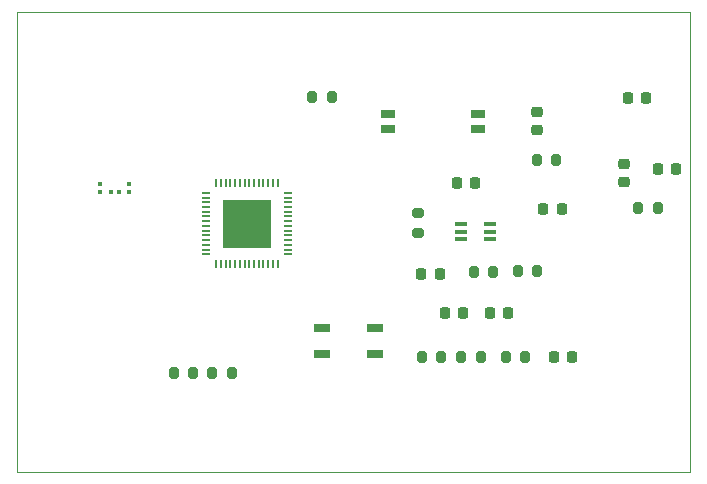
<source format=gbr>
%TF.GenerationSoftware,KiCad,Pcbnew,8.0.1*%
%TF.CreationDate,2024-04-28T17:40:03+05:30*%
%TF.ProjectId,ecg,6563672e-6b69-4636-9164-5f7063625858,rev?*%
%TF.SameCoordinates,Original*%
%TF.FileFunction,Paste,Top*%
%TF.FilePolarity,Positive*%
%FSLAX46Y46*%
G04 Gerber Fmt 4.6, Leading zero omitted, Abs format (unit mm)*
G04 Created by KiCad (PCBNEW 8.0.1) date 2024-04-28 17:40:03*
%MOMM*%
%LPD*%
G01*
G04 APERTURE LIST*
G04 Aperture macros list*
%AMRoundRect*
0 Rectangle with rounded corners*
0 $1 Rounding radius*
0 $2 $3 $4 $5 $6 $7 $8 $9 X,Y pos of 4 corners*
0 Add a 4 corners polygon primitive as box body*
4,1,4,$2,$3,$4,$5,$6,$7,$8,$9,$2,$3,0*
0 Add four circle primitives for the rounded corners*
1,1,$1+$1,$2,$3*
1,1,$1+$1,$4,$5*
1,1,$1+$1,$6,$7*
1,1,$1+$1,$8,$9*
0 Add four rect primitives between the rounded corners*
20,1,$1+$1,$2,$3,$4,$5,0*
20,1,$1+$1,$4,$5,$6,$7,0*
20,1,$1+$1,$6,$7,$8,$9,0*
20,1,$1+$1,$8,$9,$2,$3,0*%
G04 Aperture macros list end*
%ADD10C,0.000000*%
%ADD11RoundRect,0.200000X-0.200000X-0.275000X0.200000X-0.275000X0.200000X0.275000X-0.200000X0.275000X0*%
%ADD12RoundRect,0.079500X0.100500X-0.079500X0.100500X0.079500X-0.100500X0.079500X-0.100500X-0.079500X0*%
%ADD13RoundRect,0.200000X0.200000X0.275000X-0.200000X0.275000X-0.200000X-0.275000X0.200000X-0.275000X0*%
%ADD14RoundRect,0.225000X-0.250000X0.225000X-0.250000X-0.225000X0.250000X-0.225000X0.250000X0.225000X0*%
%ADD15RoundRect,0.225000X0.225000X0.250000X-0.225000X0.250000X-0.225000X-0.250000X0.225000X-0.250000X0*%
%ADD16RoundRect,0.200000X-0.275000X0.200000X-0.275000X-0.200000X0.275000X-0.200000X0.275000X0.200000X0*%
%ADD17RoundRect,0.225000X-0.225000X-0.250000X0.225000X-0.250000X0.225000X0.250000X-0.225000X0.250000X0*%
%ADD18R,0.754800X0.199200*%
%ADD19R,0.199200X0.754800*%
%ADD20R,4.038600X4.038600*%
%ADD21RoundRect,0.079500X0.079500X0.100500X-0.079500X0.100500X-0.079500X-0.100500X0.079500X-0.100500X0*%
%ADD22R,1.270000X0.760000*%
%ADD23R,1.054100X0.355600*%
%ADD24R,1.397000X0.711200*%
%TA.AperFunction,Profile*%
%ADD25C,0.050000*%
%TD*%
G04 APERTURE END LIST*
D10*
%TO.C,U1*%
G36*
X152676900Y-96176900D02*
G01*
X151530700Y-96176900D01*
X151530700Y-95030700D01*
X152676900Y-95030700D01*
X152676900Y-96176900D01*
G37*
G36*
X152676900Y-97523100D02*
G01*
X151530700Y-97523100D01*
X151530700Y-96376900D01*
X152676900Y-96376900D01*
X152676900Y-97523100D01*
G37*
G36*
X152676900Y-98869300D02*
G01*
X151530700Y-98869300D01*
X151530700Y-97723100D01*
X152676900Y-97723100D01*
X152676900Y-98869300D01*
G37*
G36*
X154023100Y-96176900D02*
G01*
X152876900Y-96176900D01*
X152876900Y-95030700D01*
X154023100Y-95030700D01*
X154023100Y-96176900D01*
G37*
G36*
X154023100Y-97523100D02*
G01*
X152876900Y-97523100D01*
X152876900Y-96376900D01*
X154023100Y-96376900D01*
X154023100Y-97523100D01*
G37*
G36*
X154023100Y-98869300D02*
G01*
X152876900Y-98869300D01*
X152876900Y-97723100D01*
X154023100Y-97723100D01*
X154023100Y-98869300D01*
G37*
G36*
X155369300Y-96176900D02*
G01*
X154223100Y-96176900D01*
X154223100Y-95030700D01*
X155369300Y-95030700D01*
X155369300Y-96176900D01*
G37*
G36*
X155369300Y-97523100D02*
G01*
X154223100Y-97523100D01*
X154223100Y-96376900D01*
X155369300Y-96376900D01*
X155369300Y-97523100D01*
G37*
G36*
X155369300Y-98869300D02*
G01*
X154223100Y-98869300D01*
X154223100Y-97723100D01*
X155369300Y-97723100D01*
X155369300Y-98869300D01*
G37*
%TD*%
D11*
%TO.C,R4*%
X171600000Y-108250000D03*
X173250000Y-108250000D03*
%TD*%
D12*
%TO.C,C11*%
X140990000Y-94265000D03*
X140990000Y-93575000D03*
%TD*%
D13*
%TO.C,R6*%
X169890000Y-108275000D03*
X168240000Y-108275000D03*
%TD*%
D14*
%TO.C,C7*%
X185400000Y-91900000D03*
X185400000Y-93450000D03*
%TD*%
D13*
%TO.C,R9*%
X188220000Y-95592500D03*
X186570000Y-95592500D03*
%TD*%
D15*
%TO.C,C2*%
X180100000Y-95700000D03*
X178550000Y-95700000D03*
%TD*%
D16*
%TO.C,R3*%
X167904400Y-96061200D03*
X167904400Y-97711200D03*
%TD*%
D11*
%TO.C,R1*%
X176400000Y-100970000D03*
X178050000Y-100970000D03*
%TD*%
D17*
%TO.C,C5*%
X179450000Y-108250000D03*
X181000000Y-108250000D03*
%TD*%
%TO.C,C3*%
X168225000Y-101250000D03*
X169775000Y-101250000D03*
%TD*%
D11*
%TO.C,R8*%
X177975000Y-91592500D03*
X179625000Y-91592500D03*
%TD*%
%TO.C,R10*%
X150500000Y-109600000D03*
X152150000Y-109600000D03*
%TD*%
D17*
%TO.C,C8*%
X185680000Y-86342500D03*
X187230000Y-86342500D03*
%TD*%
D14*
%TO.C,C10*%
X178050000Y-87472500D03*
X178050000Y-89022500D03*
%TD*%
D13*
%TO.C,R5*%
X177000000Y-108250000D03*
X175350000Y-108250000D03*
%TD*%
D18*
%TO.C,U1*%
X149997599Y-94350000D03*
X149997599Y-94749999D03*
X149997599Y-95150001D03*
X149997599Y-95550000D03*
X149997599Y-95949999D03*
X149997599Y-96350001D03*
X149997599Y-96750000D03*
X149997599Y-97150000D03*
X149997599Y-97549999D03*
X149997599Y-97950001D03*
X149997599Y-98350000D03*
X149997599Y-98749999D03*
X149997599Y-99150001D03*
X149997599Y-99550000D03*
D19*
X150850000Y-100402401D03*
X151249999Y-100402401D03*
X151650001Y-100402401D03*
X152050000Y-100402401D03*
X152449999Y-100402401D03*
X152850001Y-100402401D03*
X153250000Y-100402401D03*
X153650000Y-100402401D03*
X154049999Y-100402401D03*
X154450001Y-100402401D03*
X154850000Y-100402401D03*
X155249999Y-100402401D03*
X155650001Y-100402401D03*
X156050000Y-100402401D03*
D18*
X156902401Y-99550000D03*
X156902401Y-99150001D03*
X156902401Y-98749999D03*
X156902401Y-98350000D03*
X156902401Y-97950001D03*
X156902401Y-97549999D03*
X156902401Y-97150000D03*
X156902401Y-96750000D03*
X156902401Y-96350001D03*
X156902401Y-95949999D03*
X156902401Y-95550000D03*
X156902401Y-95150001D03*
X156902401Y-94749999D03*
X156902401Y-94350000D03*
D19*
X156050000Y-93497599D03*
X155650001Y-93497599D03*
X155249999Y-93497599D03*
X154850000Y-93497599D03*
X154450001Y-93497599D03*
X154049999Y-93497599D03*
X153650000Y-93497599D03*
X153250000Y-93497599D03*
X152850001Y-93497599D03*
X152449999Y-93497599D03*
X152050000Y-93497599D03*
X151650001Y-93497599D03*
X151249999Y-93497599D03*
X150850000Y-93497599D03*
D20*
X153450000Y-96950000D03*
%TD*%
D13*
%TO.C,R11*%
X148900000Y-109600000D03*
X147250000Y-109600000D03*
%TD*%
D15*
%TO.C,C9*%
X189770000Y-92360000D03*
X188220000Y-92360000D03*
%TD*%
D17*
%TO.C,C1*%
X171200000Y-93500000D03*
X172750000Y-93500000D03*
%TD*%
D21*
%TO.C,L1*%
X142595000Y-94240000D03*
X141905000Y-94240000D03*
%TD*%
D17*
%TO.C,C6*%
X174025000Y-104525000D03*
X175575000Y-104525000D03*
%TD*%
D22*
%TO.C,S1*%
X173040000Y-88960000D03*
X173040000Y-87690000D03*
X165420000Y-88960000D03*
X165420000Y-87690000D03*
%TD*%
D12*
%TO.C,C12*%
X143490000Y-94265000D03*
X143490000Y-93575000D03*
%TD*%
D17*
%TO.C,C4*%
X170205000Y-104525000D03*
X171755000Y-104525000D03*
%TD*%
D23*
%TO.C,U3*%
X171550000Y-96975002D03*
X171550000Y-97625001D03*
X171550000Y-98275000D03*
X174026500Y-98275000D03*
X174026500Y-97625001D03*
X174026500Y-96975002D03*
%TD*%
D24*
%TO.C,U9*%
X159789400Y-105800000D03*
X164310600Y-105800000D03*
X159789400Y-108000000D03*
X164310600Y-108000000D03*
%TD*%
D11*
%TO.C,R2*%
X172655000Y-101025000D03*
X174305000Y-101025000D03*
%TD*%
%TO.C,R7*%
X159005000Y-86250000D03*
X160655000Y-86250000D03*
%TD*%
D25*
X134000000Y-79000000D02*
X191000000Y-79000000D01*
X191000000Y-118000000D02*
X191000000Y-79000000D01*
X134000000Y-118000000D02*
X191000000Y-118000000D01*
X134000000Y-79000000D02*
X134000000Y-118000000D01*
M02*

</source>
